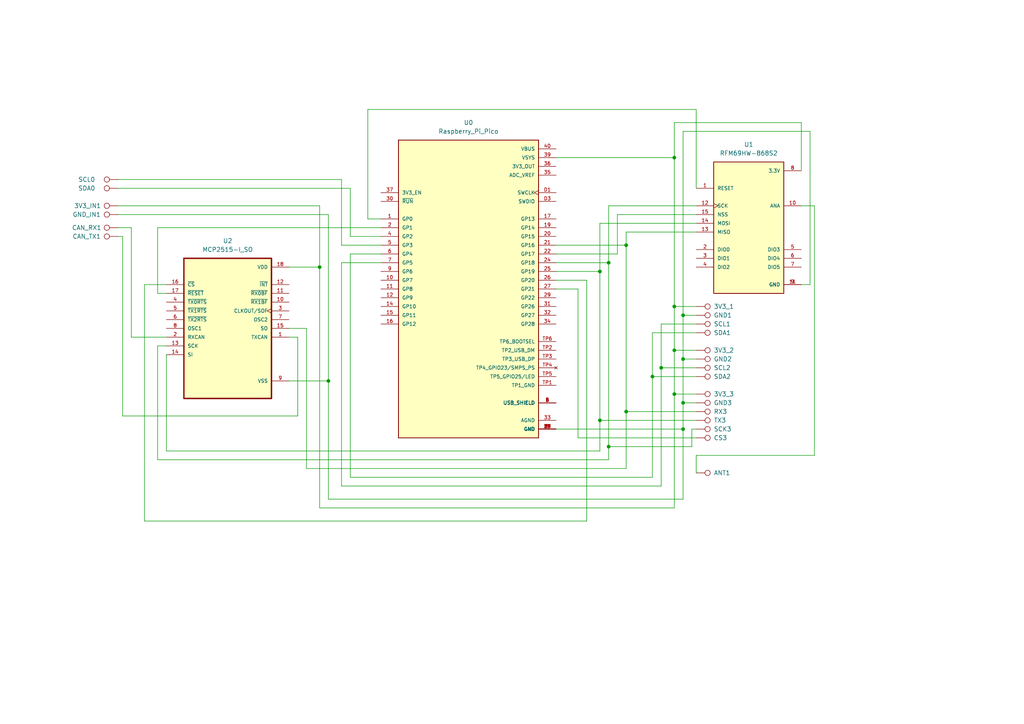
<source format=kicad_sch>
(kicad_sch (version 20231120) (generator "eeschema") (generator_version "8.0")
  (paper "A4")
  (lib_symbols
    (symbol "Connector:TestPoint" (pin_numbers hide) (pin_names (offset 0.762) hide)
      (property "Reference" "TP" (at 0 6.858 0))
      (property "Value" "TestPoint" (at 0 5.08 0))
      (symbol "TestPoint_0_1"
        (circle (center 0 3.302) (radius 0.762))
      )
      (symbol "TestPoint_1_1"
        (pin passive line (at 0 0 90) (length 2.54) (name "1") (number "1"))
      )
    )
    (symbol "MCP2515-I_SO:MCP2515-I_SO" (pin_names (offset 1.016))
      (property "Reference" "U" (at -12.7 21.32 0))
      (property "Value" "MCP2515-I_SO" (at -12.7 -24.32 0))
      (symbol "MCP2515-I_SO_0_0"
        (rectangle (start -12.7 -20.32) (end 12.7 20.32) (stroke (width 0.41)) (fill (type background)))
        (pin output line (at 17.78 -2.54 180) (length 5.08) (name "TXCAN") (number "1"))
        (pin output line (at 17.78 7.62 180) (length 5.08) (name "~{RX1BF}") (number "10"))
        (pin output line (at 17.78 10.16 180) (length 5.08) (name "~{RX0BF}") (number "11"))
        (pin output line (at 17.78 12.7 180) (length 5.08) (name "~{INT}") (number "12"))
        (pin input line (at -17.78 -5.08 0) (length 5.08) (name "SCK") (number "13"))
        (pin input line (at -17.78 -7.62 0) (length 5.08) (name "SI") (number "14"))
        (pin output line (at 17.78 0 180) (length 5.08) (name "SO") (number "15"))
        (pin input line (at -17.78 12.7 0) (length 5.08) (name "~{CS}") (number "16"))
        (pin input line (at -17.78 10.16 0) (length 5.08) (name "~{RESET}") (number "17"))
        (pin power_in line (at 17.78 17.78 180) (length 5.08) (name "VDD") (number "18"))
        (pin input line (at -17.78 -2.54 0) (length 5.08) (name "RXCAN") (number "2"))
        (pin output clock (at 17.78 5.08 180) (length 5.08) (name "CLKOUT/SOF") (number "3"))
        (pin input line (at -17.78 7.62 0) (length 5.08) (name "~{TX0RTS}") (number "4"))
        (pin input line (at -17.78 5.08 0) (length 5.08) (name "~{TX1RTS}") (number "5"))
        (pin input line (at -17.78 2.54 0) (length 5.08) (name "~{TX2RTS}") (number "6"))
        (pin output line (at 17.78 2.54 180) (length 5.08) (name "OSC2") (number "7"))
        (pin input line (at -17.78 0 0) (length 5.08) (name "OSC1") (number "8"))
        (pin power_in line (at 17.78 -15.24 180) (length 5.08) (name "VSS") (number "9"))
      )
    )
    (symbol "RFM69HW-868S2:RFM69HW-868S2" (pin_names (offset 1.016))
      (property "Reference" "U" (at -10.1635 20.9622 0))
      (property "Value" "RFM69HW-868S2" (at -10.1699 -20.3397 0))
      (symbol "RFM69HW-868S2_0_0"
        (rectangle (start -10.16 -17.78) (end 10.16 20.32) (stroke (width 0.254)) (fill (type background)))
        (pin bidirectional line (at -15.24 12.7 0) (length 5.08) (name "RESET") (number "1"))
        (pin bidirectional line (at 15.24 7.62 180) (length 5.08) (name "ANA") (number "10"))
        (pin power_in line (at 15.24 -15.24 180) (length 5.08) (name "GND") (number "11"))
        (pin input clock (at -15.24 7.62 0) (length 5.08) (name "SCK") (number "12"))
        (pin output line (at -15.24 0 0) (length 5.08) (name "MISO") (number "13"))
        (pin input line (at -15.24 2.54 0) (length 5.08) (name "MOSI") (number "14"))
        (pin input line (at -15.24 5.08 0) (length 5.08) (name "NSS") (number "15"))
        (pin bidirectional line (at -15.24 -5.08 0) (length 5.08) (name "DIO0") (number "2"))
        (pin bidirectional line (at -15.24 -7.62 0) (length 5.08) (name "DIO1") (number "3"))
        (pin bidirectional line (at -15.24 -10.16 0) (length 5.08) (name "DIO2") (number "4"))
        (pin bidirectional line (at 15.24 -5.08 180) (length 5.08) (name "DIO3") (number "5"))
        (pin bidirectional line (at 15.24 -7.62 180) (length 5.08) (name "DIO4") (number "6"))
        (pin bidirectional line (at 15.24 -10.16 180) (length 5.08) (name "DIO5") (number "7"))
        (pin power_in line (at 15.24 17.78 180) (length 5.08) (name "3.3V") (number "8"))
        (pin power_in line (at 15.24 -15.24 180) (length 5.08) (name "GND") (number "9"))
      )
    )
    (symbol "SC0915:SC0915" (pin_names (offset 1.016))
      (property "Reference" "U" (at -20.32 44.069 0))
      (property "Value" "SC0915" (at -20.32 -45.72 0))
      (symbol "SC0915_0_0"
        (rectangle (start -20.32 -43.18) (end 20.32 43.18) (stroke (width 0.254)) (fill (type background)))
        (pin bidirectional line (at -25.4 20.32 0) (length 5.08) (name "GP0") (number "1"))
        (pin bidirectional line (at -25.4 2.54 0) (length 5.08) (name "GP7") (number "10"))
        (pin bidirectional line (at -25.4 0 0) (length 5.08) (name "GP8") (number "11"))
        (pin bidirectional line (at -25.4 -2.54 0) (length 5.08) (name "GP9") (number "12"))
        (pin power_in line (at 25.4 -40.64 180) (length 5.08) (name "GND") (number "13"))
        (pin bidirectional line (at -25.4 -5.08 0) (length 5.08) (name "GP10") (number "14"))
        (pin bidirectional line (at -25.4 -7.62 0) (length 5.08) (name "GP11") (number "15"))
        (pin bidirectional line (at -25.4 -10.16 0) (length 5.08) (name "GP12") (number "16"))
        (pin bidirectional line (at 25.4 20.32 180) (length 5.08) (name "GP13") (number "17"))
        (pin power_in line (at 25.4 -40.64 180) (length 5.08) (name "GND") (number "18"))
        (pin bidirectional line (at 25.4 17.78 180) (length 5.08) (name "GP14") (number "19"))
        (pin bidirectional line (at -25.4 17.78 0) (length 5.08) (name "GP1") (number "2"))
        (pin bidirectional line (at 25.4 15.24 180) (length 5.08) (name "GP15") (number "20"))
        (pin bidirectional line (at 25.4 12.7 180) (length 5.08) (name "GP16") (number "21"))
        (pin bidirectional line (at 25.4 10.16 180) (length 5.08) (name "GP17") (number "22"))
        (pin power_in line (at 25.4 -40.64 180) (length 5.08) (name "GND") (number "23"))
        (pin bidirectional line (at 25.4 7.62 180) (length 5.08) (name "GP18") (number "24"))
        (pin bidirectional line (at 25.4 5.08 180) (length 5.08) (name "GP19") (number "25"))
        (pin bidirectional line (at 25.4 2.54 180) (length 5.08) (name "GP20") (number "26"))
        (pin bidirectional line (at 25.4 0 180) (length 5.08) (name "GP21") (number "27"))
        (pin power_in line (at 25.4 -40.64 180) (length 5.08) (name "GND") (number "28"))
        (pin bidirectional line (at 25.4 -2.54 180) (length 5.08) (name "GP22") (number "29"))
        (pin power_in line (at 25.4 -40.64 180) (length 5.08) (name "GND") (number "3"))
        (pin input line (at -25.4 25.4 0) (length 5.08) (name "~{RUN}") (number "30"))
        (pin bidirectional line (at 25.4 -5.08 180) (length 5.08) (name "GP26") (number "31"))
        (pin bidirectional line (at 25.4 -7.62 180) (length 5.08) (name "GP27") (number "32"))
        (pin power_in line (at 25.4 -38.1 180) (length 5.08) (name "AGND") (number "33"))
        (pin bidirectional line (at 25.4 -10.16 180) (length 5.08) (name "GP28") (number "34"))
        (pin power_in line (at 25.4 33.02 180) (length 5.08) (name "ADC_VREF") (number "35"))
        (pin power_in line (at 25.4 35.56 180) (length 5.08) (name "3V3_OUT") (number "36"))
        (pin input line (at -25.4 27.94 0) (length 5.08) (name "3V3_EN") (number "37"))
        (pin power_in line (at 25.4 -40.64 180) (length 5.08) (name "GND") (number "38"))
        (pin power_in line (at 25.4 38.1 180) (length 5.08) (name "VSYS") (number "39"))
        (pin bidirectional line (at -25.4 15.24 0) (length 5.08) (name "GP2") (number "4"))
        (pin power_in line (at 25.4 40.64 180) (length 5.08) (name "VBUS") (number "40"))
        (pin bidirectional line (at -25.4 12.7 0) (length 5.08) (name "GP3") (number "5"))
        (pin bidirectional line (at -25.4 10.16 0) (length 5.08) (name "GP4") (number "6"))
        (pin bidirectional line (at -25.4 7.62 0) (length 5.08) (name "GP5") (number "7"))
        (pin power_in line (at 25.4 -40.64 180) (length 5.08) (name "GND") (number "8"))
        (pin bidirectional line (at -25.4 5.08 0) (length 5.08) (name "GP6") (number "9"))
        (pin power_in line (at 25.4 -33.02 180) (length 5.08) (name "USB_SHIELD") (number "A"))
        (pin power_in line (at 25.4 -33.02 180) (length 5.08) (name "USB_SHIELD") (number "B"))
        (pin power_in line (at 25.4 -33.02 180) (length 5.08) (name "USB_SHIELD") (number "C"))
        (pin power_in line (at 25.4 -33.02 180) (length 5.08) (name "USB_SHIELD") (number "D"))
        (pin input clock (at 25.4 27.94 180) (length 5.08) (name "SWCLK") (number "D1"))
        (pin power_in line (at 25.4 -40.64 180) (length 5.08) (name "GND") (number "D2"))
        (pin bidirectional line (at 25.4 25.4 180) (length 5.08) (name "SWDIO") (number "D3"))
        (pin power_in line (at 25.4 -27.94 180) (length 5.08) (name "TP1_GND") (number "TP1"))
        (pin bidirectional line (at 25.4 -17.78 180) (length 5.08) (name "TP2_USB_DM") (number "TP2"))
        (pin bidirectional line (at 25.4 -20.32 180) (length 5.08) (name "TP3_USB_DP") (number "TP3"))
        (pin no_connect line (at 25.4 -22.86 180) (length 5.08) (name "TP4_GPIO23/SMPS_PS") (number "TP4"))
        (pin output line (at 25.4 -25.4 180) (length 5.08) (name "TP5_GPIO25/LED") (number "TP5"))
        (pin input line (at 25.4 -15.24 180) (length 5.08) (name "TP6_BOOTSEL") (number "TP6"))
      )
    )
  )
  (junction (at 181.61 119.38))
  (junction (at 173.99 78.74))
  (junction (at 189.23 109.22))
  (junction (at 176.53 76.2))
  (junction (at 198.12 124.46))
  (junction (at 173.99 121.92))
  (junction (at 198.12 91.44))
  (junction (at 181.61 71.12))
  (junction (at 176.53 129.54))
  (junction (at 195.58 114.3))
  (junction (at 195.58 101.6))
  (junction (at 191.77 106.68))
  (junction (at 198.12 104.14))
  (junction (at 198.12 116.84))
  (junction (at 95.25 110.49))
  (junction (at 92.71 77.47))
  (junction (at 195.58 88.9))
  (junction (at 195.58 45.72))
  (wire (pts (xy 198.12 38.1) (xy 234.95 38.1)))
  (wire (pts (xy 101.6 138.43) (xy 101.6 73.66)))
  (wire (pts (xy 201.93 124.46) (xy 200.66 124.46)))
  (wire (pts (xy 45.72 66.04) (xy 110.49 66.04)))
  (wire (pts (xy 83.82 110.49) (xy 95.25 110.49)))
  (wire (pts (xy 179.07 73.66) (xy 161.29 73.66)))
  (wire (pts (xy 106.68 63.5) (xy 110.49 63.5)))
  (wire (pts (xy 45.72 100.33) (xy 45.72 133.35)))
  (wire (pts (xy 45.72 133.35) (xy 176.53 133.35)))
  (wire (pts (xy 34.29 62.23) (xy 95.25 62.23)))
  (wire (pts (xy 195.58 45.72) (xy 195.58 35.56)))
  (wire (pts (xy 201.93 31.75) (xy 106.68 31.75)))
  (wire (pts (xy 191.77 140.97) (xy 99.06 140.97)))
  (wire (pts (xy 173.99 64.77) (xy 201.93 64.77)))
  (wire (pts (xy 176.53 133.35) (xy 176.53 129.54)))
  (wire (pts (xy 195.58 114.3) (xy 201.93 114.3)))
  (wire (pts (xy 41.91 82.55) (xy 41.91 151.13)))
  (wire (pts (xy 236.22 132.08) (xy 201.93 132.08)))
  (wire (pts (xy 99.06 140.97) (xy 99.06 76.2)))
  (wire (pts (xy 173.99 121.92) (xy 201.93 121.92)))
  (wire (pts (xy 92.71 59.69) (xy 92.71 77.47)))
  (wire (pts (xy 161.29 45.72) (xy 195.58 45.72)))
  (wire (pts (xy 195.58 35.56) (xy 232.41 35.56)))
  (wire (pts (xy 195.58 101.6) (xy 201.93 101.6)))
  (wire (pts (xy 83.82 97.79) (xy 86.36 97.79)))
  (wire (pts (xy 161.29 78.74) (xy 173.99 78.74)))
  (wire (pts (xy 45.72 85.09) (xy 45.72 66.04)))
  (wire (pts (xy 48.26 102.87) (xy 48.26 130.81)))
  (wire (pts (xy 41.91 151.13) (xy 170.18 151.13)))
  (wire (pts (xy 189.23 109.22) (xy 201.93 109.22)))
  (wire (pts (xy 48.26 82.55) (xy 41.91 82.55)))
  (wire (pts (xy 101.6 68.58) (xy 110.49 68.58)))
  (wire (pts (xy 195.58 114.3) (xy 195.58 101.6)))
  (wire (pts (xy 35.56 120.65) (xy 86.36 120.65)))
  (wire (pts (xy 195.58 114.3) (xy 195.58 147.32)))
  (wire (pts (xy 198.12 116.84) (xy 201.93 116.84)))
  (wire (pts (xy 95.25 62.23) (xy 95.25 110.49)))
  (wire (pts (xy 195.58 101.6) (xy 195.58 88.9)))
  (wire (pts (xy 35.56 68.58) (xy 34.29 68.58)))
  (wire (pts (xy 232.41 49.53) (xy 232.41 35.56)))
  (wire (pts (xy 99.06 52.07) (xy 34.29 52.07)))
  (wire (pts (xy 161.29 71.12) (xy 181.61 71.12)))
  (wire (pts (xy 181.61 119.38) (xy 181.61 71.12)))
  (wire (pts (xy 232.41 59.69) (xy 236.22 59.69)))
  (wire (pts (xy 201.93 96.52) (xy 189.23 96.52)))
  (wire (pts (xy 99.06 71.12) (xy 99.06 52.07)))
  (wire (pts (xy 110.49 76.2) (xy 99.06 76.2)))
  (wire (pts (xy 48.26 97.79) (xy 38.1 97.79)))
  (wire (pts (xy 201.93 127) (xy 167.64 127)))
  (wire (pts (xy 198.12 91.44) (xy 198.12 104.14)))
  (wire (pts (xy 83.82 77.47) (xy 92.71 77.47)))
  (wire (pts (xy 88.9 135.89) (xy 181.61 135.89)))
  (wire (pts (xy 110.49 73.66) (xy 101.6 73.66)))
  (wire (pts (xy 200.66 124.46) (xy 200.66 129.54)))
  (wire (pts (xy 234.95 38.1) (xy 234.95 82.55)))
  (wire (pts (xy 161.29 81.28) (xy 170.18 81.28)))
  (wire (pts (xy 92.71 147.32) (xy 195.58 147.32)))
  (wire (pts (xy 201.93 132.08) (xy 201.93 137.16)))
  (wire (pts (xy 198.12 91.44) (xy 201.93 91.44)))
  (wire (pts (xy 176.53 129.54) (xy 200.66 129.54)))
  (wire (pts (xy 173.99 121.92) (xy 173.99 78.74)))
  (wire (pts (xy 101.6 68.58) (xy 101.6 54.61)))
  (wire (pts (xy 176.53 129.54) (xy 176.53 76.2)))
  (wire (pts (xy 191.77 93.98) (xy 191.77 106.68)))
  (wire (pts (xy 181.61 67.31) (xy 201.93 67.31)))
  (wire (pts (xy 232.41 82.55) (xy 234.95 82.55)))
  (wire (pts (xy 167.64 127) (xy 167.64 83.82)))
  (wire (pts (xy 198.12 38.1) (xy 198.12 91.44)))
  (wire (pts (xy 179.07 62.23) (xy 179.07 73.66)))
  (wire (pts (xy 99.06 71.12) (xy 110.49 71.12)))
  (wire (pts (xy 95.25 110.49) (xy 95.25 144.78)))
  (wire (pts (xy 35.56 120.65) (xy 35.56 68.58)))
  (wire (pts (xy 176.53 59.69) (xy 201.93 59.69)))
  (wire (pts (xy 101.6 54.61) (xy 34.29 54.61)))
  (wire (pts (xy 167.64 83.82) (xy 161.29 83.82)))
  (wire (pts (xy 195.58 88.9) (xy 201.93 88.9)))
  (wire (pts (xy 34.29 59.69) (xy 92.71 59.69)))
  (wire (pts (xy 236.22 59.69) (xy 236.22 132.08)))
  (wire (pts (xy 86.36 97.79) (xy 86.36 120.65)))
  (wire (pts (xy 173.99 130.81) (xy 173.99 121.92)))
  (wire (pts (xy 198.12 104.14) (xy 201.93 104.14)))
  (wire (pts (xy 83.82 95.25) (xy 88.9 95.25)))
  (wire (pts (xy 198.12 116.84) (xy 198.12 124.46)))
  (wire (pts (xy 92.71 77.47) (xy 92.71 147.32)))
  (wire (pts (xy 161.29 76.2) (xy 176.53 76.2)))
  (wire (pts (xy 181.61 119.38) (xy 201.93 119.38)))
  (wire (pts (xy 198.12 124.46) (xy 198.12 144.78)))
  (wire (pts (xy 179.07 62.23) (xy 201.93 62.23)))
  (wire (pts (xy 198.12 144.78) (xy 95.25 144.78)))
  (wire (pts (xy 191.77 106.68) (xy 191.77 140.97)))
  (wire (pts (xy 48.26 130.81) (xy 173.99 130.81)))
  (wire (pts (xy 189.23 138.43) (xy 101.6 138.43)))
  (wire (pts (xy 198.12 104.14) (xy 198.12 116.84)))
  (wire (pts (xy 88.9 95.25) (xy 88.9 135.89)))
  (wire (pts (xy 48.26 100.33) (xy 45.72 100.33)))
  (wire (pts (xy 181.61 135.89) (xy 181.61 119.38)))
  (wire (pts (xy 201.93 106.68) (xy 191.77 106.68)))
  (wire (pts (xy 189.23 96.52) (xy 189.23 109.22)))
  (wire (pts (xy 48.26 85.09) (xy 45.72 85.09)))
  (wire (pts (xy 106.68 31.75) (xy 106.68 63.5)))
  (wire (pts (xy 170.18 151.13) (xy 170.18 81.28)))
  (wire (pts (xy 181.61 71.12) (xy 181.61 67.31)))
  (wire (pts (xy 189.23 109.22) (xy 189.23 138.43)))
  (wire (pts (xy 201.93 54.61) (xy 201.93 31.75)))
  (wire (pts (xy 173.99 78.74) (xy 173.99 64.77)))
  (wire (pts (xy 38.1 97.79) (xy 38.1 66.04)))
  (wire (pts (xy 161.29 124.46) (xy 198.12 124.46)))
  (wire (pts (xy 176.53 76.2) (xy 176.53 59.69)))
  (wire (pts (xy 201.93 93.98) (xy 191.77 93.98)))
  (wire (pts (xy 195.58 88.9) (xy 195.58 45.72)))
  (wire (pts (xy 38.1 66.04) (xy 34.29 66.04)))
  (symbol (lib_id "Connector:TestPoint") (at 201.93 101.6 270) (unit 1)
    (property "Reference" "3V3_2" (at 207.01 101.5999 90) (effects (justify left)))
    (property "Value" "TestPoint" (effects (hide yes)))
    (property "Footprint" "TestPoint:TestPoint_THTPad_1.5x1.5mm_Drill0.7mm" (effects (hide yes)))
    (property "Description" "test point" (effects (hide yes)))
  )
  (symbol (lib_id "Connector:TestPoint") (at 34.29 66.04 90) (unit 1)
    (property "Reference" "CAN_RX1" (at 25.146 66.04 90))
    (property "Value" "TestPoint" (effects (hide yes)))
    (property "Footprint" "TestPoint:TestPoint_THTPad_1.5x1.5mm_Drill0.7mm" (effects (hide yes)))
    (property "Description" "test point" (effects (hide yes)))
  )
  (symbol (lib_id "Connector:TestPoint") (at 201.93 114.3 270) (unit 1)
    (property "Reference" "3V3_3" (at 207.01 114.2999 90) (effects (justify left)))
    (property "Value" "TestPoint" (effects (hide yes)))
    (property "Footprint" "TestPoint:TestPoint_THTPad_1.5x1.5mm_Drill0.7mm" (effects (hide yes)))
    (property "Description" "test point" (effects (hide yes)))
  )
  (symbol (lib_id "Connector:TestPoint") (at 201.93 116.84 270) (unit 1)
    (property "Reference" "GND3" (at 207.01 116.8399 90) (effects (justify left)))
    (property "Value" "TestPoint" (effects (hide yes)))
    (property "Footprint" "TestPoint:TestPoint_THTPad_1.5x1.5mm_Drill0.7mm" (effects (hide yes)))
    (property "Description" "test point" (effects (hide yes)))
  )
  (symbol (lib_id "Connector:TestPoint") (at 201.93 106.68 270) (unit 1)
    (property "Reference" "SCL2" (at 207.01 106.6799 90) (effects (justify left)))
    (property "Value" "TestPoint" (effects (hide yes)))
    (property "Footprint" "TestPoint:TestPoint_THTPad_1.5x1.5mm_Drill0.7mm" (effects (hide yes)))
    (property "Description" "test point" (effects (hide yes)))
  )
  (symbol (lib_id "Connector:TestPoint") (at 201.93 137.16 270) (unit 1)
    (property "Reference" "ANT1" (at 207.01 137.1599 90) (effects (justify left)))
    (property "Value" "TestPoint" (effects (hide yes)))
    (property "Footprint" "TestPoint:TestPoint_THTPad_1.5x1.5mm_Drill0.7mm" (effects (hide yes)))
    (property "Description" "test point" (effects (hide yes)))
  )
  (symbol (lib_id "Connector:TestPoint") (at 201.93 88.9 270) (unit 1)
    (property "Reference" "3V3_1" (at 207.01 88.8999 90) (effects (justify left)))
    (property "Value" "TestPoint" (effects (hide yes)))
    (property "Footprint" "TestPoint:TestPoint_THTPad_1.5x1.5mm_Drill0.7mm" (effects (hide yes)))
    (property "Description" "test point" (effects (hide yes)))
  )
  (symbol (lib_id "MCP2515-I_SO:MCP2515-I_SO") (at 66.04 95.25 0) (unit 1)
    (property "Reference" "U2" (at 66.04 69.85 0))
    (property "Value" "MCP2515-I_SO" (at 66.04 72.39 0))
    (property "Footprint" "MCP2515-I_SO:SOIC127P1030X265-18N" (effects (hide yes)))
    (property "MF" "Microchip" (effects (hide yes)))
    (property "Description_1" "\n                        \n                            Microchip CAN Controller 1Mbit/s CAN 2.0B 18-Pin SOIC W | Microchip Technology Inc. MCP2515-I/SO\n                        \n" (effects (hide yes)))
    (property "Package" "SOIC-18 Microchip" (effects (hide yes)))
    (property "Price" "None" (effects (hide yes)))
    (property "SnapEDA_Link" "https://www.snapeda.com/parts/MCP2515-I/SO/Microchip/view-part/?ref=snap" (effects (hide yes)))
    (property "MP" "MCP2515-I/SO" (effects (hide yes)))
    (property "Availability" "In Stock" (effects (hide yes)))
    (property "Check_prices" "https://www.snapeda.com/parts/MCP2515-I/SO/Microchip/view-part/?ref=eda" (effects (hide yes)))
  )
  (symbol (lib_id "Connector:TestPoint") (at 201.93 127 270) (unit 1)
    (property "Reference" "CS3" (at 207.01 126.9999 90) (effects (justify left)))
    (property "Value" "TestPoint" (effects (hide yes)))
    (property "Footprint" "TestPoint:TestPoint_THTPad_1.5x1.5mm_Drill0.7mm" (effects (hide yes)))
    (property "Description" "test point" (effects (hide yes)))
  )
  (symbol (lib_id "Connector:TestPoint") (at 201.93 93.98 270) (unit 1)
    (property "Reference" "SCL1" (at 207.01 93.9799 90) (effects (justify left)))
    (property "Value" "TestPoint" (effects (hide yes)))
    (property "Footprint" "TestPoint:TestPoint_THTPad_1.5x1.5mm_Drill0.7mm" (effects (hide yes)))
    (property "Description" "test point" (effects (hide yes)))
  )
  (symbol (lib_id "Connector:TestPoint") (at 201.93 109.22 270) (unit 1)
    (property "Reference" "SDA2" (at 207.01 109.2199 90) (effects (justify left)))
    (property "Value" "TestPoint" (effects (hide yes)))
    (property "Footprint" "TestPoint:TestPoint_THTPad_1.5x1.5mm_Drill0.7mm" (effects (hide yes)))
    (property "Description" "test point" (effects (hide yes)))
  )
  (symbol (lib_id "Connector:TestPoint") (at 34.29 62.23 90) (mirror x) (unit 1)
    (property "Reference" "GND_IN1" (at 25.146 62.23 90))
    (property "Value" "TestPoint" (effects (hide yes)))
    (property "Footprint" "TestPoint:TestPoint_THTPad_1.5x1.5mm_Drill0.7mm" (effects (hide yes)))
    (property "Description" "test point" (effects (hide yes)))
  )
  (symbol (lib_id "Connector:TestPoint") (at 34.29 68.58 90) (unit 1)
    (property "Reference" "CAN_TX1" (at 25.146 68.58 90))
    (property "Value" "TestPoint" (effects (hide yes)))
    (property "Footprint" "TestPoint:TestPoint_THTPad_1.5x1.5mm_Drill0.7mm" (effects (hide yes)))
    (property "Description" "test point" (effects (hide yes)))
  )
  (symbol (lib_id "RFM69HW-868S2:RFM69HW-868S2") (at 217.17 67.31 0) (unit 1)
    (property "Reference" "U1" (at 217.17 41.91 0))
    (property "Value" "RFM69HW-868S2" (at 217.17 44.45 0))
    (property "Footprint" "RFM69HW-868S2:XCVR_RFM69HW-868S2" (effects (hide yes)))
    (property "MF" "RF" (effects (hide yes)))
    (property "Description_1" "\n                        \n                            General ISM < 1GHz - Transceiver Module 868MHz Antenna Not Included Surface Mount\n                        \n" (effects (hide yes)))
    (property "Package" "Package" (effects (hide yes)))
    (property "Price" "None" (effects (hide yes)))
    (property "Check_prices" "https://www.snapeda.com/parts/RFM69HW-868S2/RF+Solutions/view-part/?ref=eda" (effects (hide yes)))
    (property "STANDARD" "Manufacturer recommendations" (effects (hide yes)))
    (property "SnapEDA_Link" "https://www.snapeda.com/parts/RFM69HW-868S2/RF+Solutions/view-part/?ref=snap" (effects (hide yes)))
    (property "MP" "RFM69HW-868S2" (effects (hide yes)))
    (property "Availability" "In Stock" (effects (hide yes)))
    (property "MANUFACTURER" "HOPERF ELECTRONIC" (effects (hide yes)))
  )
  (symbol (lib_id "SC0915:SC0915") (at 135.89 83.82 0) (unit 1)
    (property "Reference" "U0" (at 135.89 35.56 0))
    (property "Value" "Raspberry_Pi_Pico" (at 135.89 38.1 0))
    (property "Footprint" "SC0915:MODULE_SC0915" (effects (hide yes)))
    (property "MF" "Raspberry Pi" (effects (hide yes)))
    (property "Description_1" "\n                        \n                            Raspberry Pi Pico Embedded Dev Module | Raspberry Pi SC0915\n                        \n" (effects (hide yes)))
    (property "Package" "None" (effects (hide yes)))
    (property "Price" "None" (effects (hide yes)))
    (property "Check_prices" "https://www.snapeda.com/parts/SC0915/Raspberry+Pi/view-part/?ref=eda" (effects (hide yes)))
    (property "STANDARD" "Manufacturer Recommendations" (effects (hide yes)))
    (property "PARTREV" "1.9" (effects (hide yes)))
    (property "SnapEDA_Link" "https://www.snapeda.com/parts/SC0915/Raspberry+Pi/view-part/?ref=snap" (effects (hide yes)))
    (property "MP" "SC0915" (effects (hide yes)))
    (property "MANUFACTURER" "Pi Supply" (effects (hide yes)))
    (property "Availability" "In Stock" (effects (hide yes)))
    (property "SNAPEDA_PN" "SC0915" (effects (hide yes)))
  )
  (symbol (lib_id "Connector:TestPoint") (at 201.93 121.92 270) (unit 1)
    (property "Reference" "TX3" (at 207.01 121.9199 90) (effects (justify left)))
    (property "Value" "TestPoint" (effects (hide yes)))
    (property "Footprint" "TestPoint:TestPoint_THTPad_1.5x1.5mm_Drill0.7mm" (effects (hide yes)))
    (property "Description" "test point" (effects (hide yes)))
  )
  (symbol (lib_id "Connector:TestPoint") (at 34.29 59.69 90) (mirror x) (unit 1)
    (property "Reference" "3V3_IN1" (at 25.4 59.69 90))
    (property "Value" "TestPoint" (effects (hide yes)))
    (property "Footprint" "TestPoint:TestPoint_THTPad_1.5x1.5mm_Drill0.7mm" (effects (hide yes)))
    (property "Description" "test point" (effects (hide yes)))
  )
  (symbol (lib_id "Connector:TestPoint") (at 201.93 119.38 270) (unit 1)
    (property "Reference" "RX3" (at 207.01 119.3799 90) (effects (justify left)))
    (property "Value" "TestPoint" (effects (hide yes)))
    (property "Footprint" "TestPoint:TestPoint_THTPad_1.5x1.5mm_Drill0.7mm" (effects (hide yes)))
    (property "Description" "test point" (effects (hide yes)))
  )
  (symbol (lib_id "Connector:TestPoint") (at 201.93 96.52 270) (unit 1)
    (property "Reference" "SDA1" (at 207.01 96.5199 90) (effects (justify left)))
    (property "Value" "TestPoint" (effects (hide yes)))
    (property "Footprint" "TestPoint:TestPoint_THTPad_1.5x1.5mm_Drill0.7mm" (effects (hide yes)))
    (property "Description" "test point" (effects (hide yes)))
  )
  (symbol (lib_id "Connector:TestPoint") (at 201.93 91.44 270) (unit 1)
    (property "Reference" "GND1" (at 207.01 91.4399 90) (effects (justify left)))
    (property "Value" "TestPoint" (effects (hide yes)))
    (property "Footprint" "TestPoint:TestPoint_THTPad_1.5x1.5mm_Drill0.7mm" (effects (hide yes)))
    (property "Description" "test point" (effects (hide yes)))
  )
  (symbol (lib_id "Connector:TestPoint") (at 201.93 104.14 270) (unit 1)
    (property "Reference" "GND2" (at 207.01 104.1399 90) (effects (justify left)))
    (property "Value" "TestPoint" (effects (hide yes)))
    (property "Footprint" "TestPoint:TestPoint_THTPad_1.5x1.5mm_Drill0.7mm" (effects (hide yes)))
    (property "Description" "test point" (effects (hide yes)))
  )
  (symbol (lib_id "Connector:TestPoint") (at 34.29 52.07 90) (unit 1)
    (property "Reference" "SCL0" (at 25.146 52.07 90))
    (property "Value" "TestPoint" (effects (hide yes)))
    (property "Footprint" "TestPoint:TestPoint_THTPad_1.5x1.5mm_Drill0.7mm" (effects (hide yes)))
    (property "Description" "test point" (effects (hide yes)))
  )
  (symbol (lib_id "Connector:TestPoint") (at 34.29 54.61 90) (unit 1)
    (property "Reference" "SDA0" (at 25.146 54.61 90))
    (property "Value" "TestPoint" (effects (hide yes)))
    (property "Footprint" "TestPoint:TestPoint_THTPad_1.5x1.5mm_Drill0.7mm" (effects (hide yes)))
    (property "Description" "test point" (effects (hide yes)))
  )
  (symbol (lib_id "Connector:TestPoint") (at 201.93 124.46 270) (unit 1)
    (property "Reference" "SCK3" (at 207.01 124.4599 90) (effects (justify left)))
    (property "Value" "TestPoint" (effects (hide yes)))
    (property "Footprint" "TestPoint:TestPoint_THTPad_1.5x1.5mm_Drill0.7mm" (effects (hide yes)))
    (property "Description" "test point" (effects (hide yes)))
  )
)
</source>
